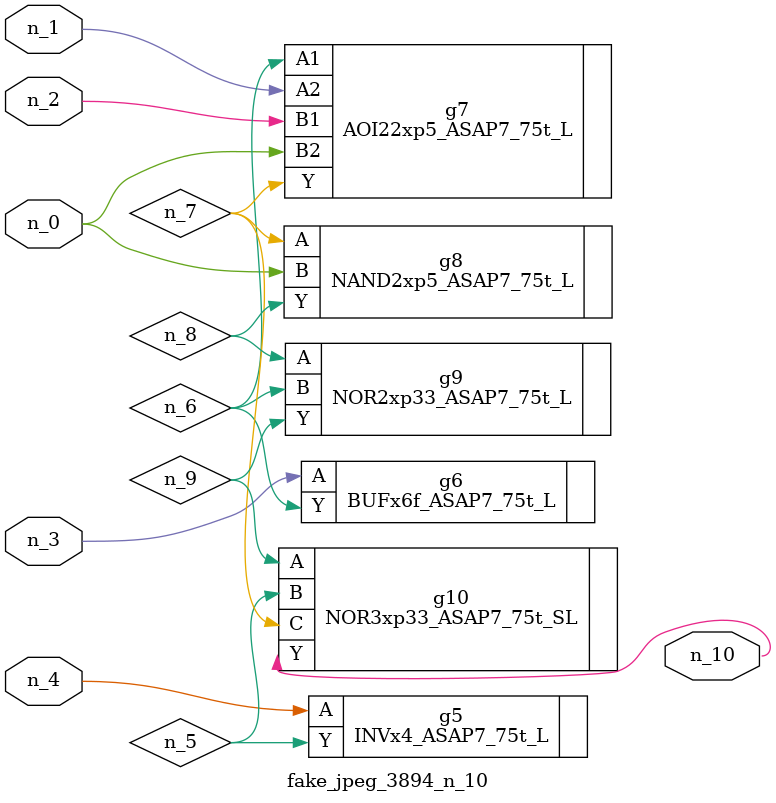
<source format=v>
module fake_jpeg_3894_n_10 (n_3, n_2, n_1, n_0, n_4, n_10);

input n_3;
input n_2;
input n_1;
input n_0;
input n_4;

output n_10;

wire n_8;
wire n_9;
wire n_6;
wire n_5;
wire n_7;

INVx4_ASAP7_75t_L g5 ( 
.A(n_4),
.Y(n_5)
);

BUFx6f_ASAP7_75t_L g6 ( 
.A(n_3),
.Y(n_6)
);

AOI22xp5_ASAP7_75t_L g7 ( 
.A1(n_6),
.A2(n_1),
.B1(n_2),
.B2(n_0),
.Y(n_7)
);

NAND2xp5_ASAP7_75t_L g8 ( 
.A(n_7),
.B(n_0),
.Y(n_8)
);

NOR2xp33_ASAP7_75t_L g9 ( 
.A(n_8),
.B(n_6),
.Y(n_9)
);

NOR3xp33_ASAP7_75t_SL g10 ( 
.A(n_9),
.B(n_5),
.C(n_7),
.Y(n_10)
);


endmodule
</source>
